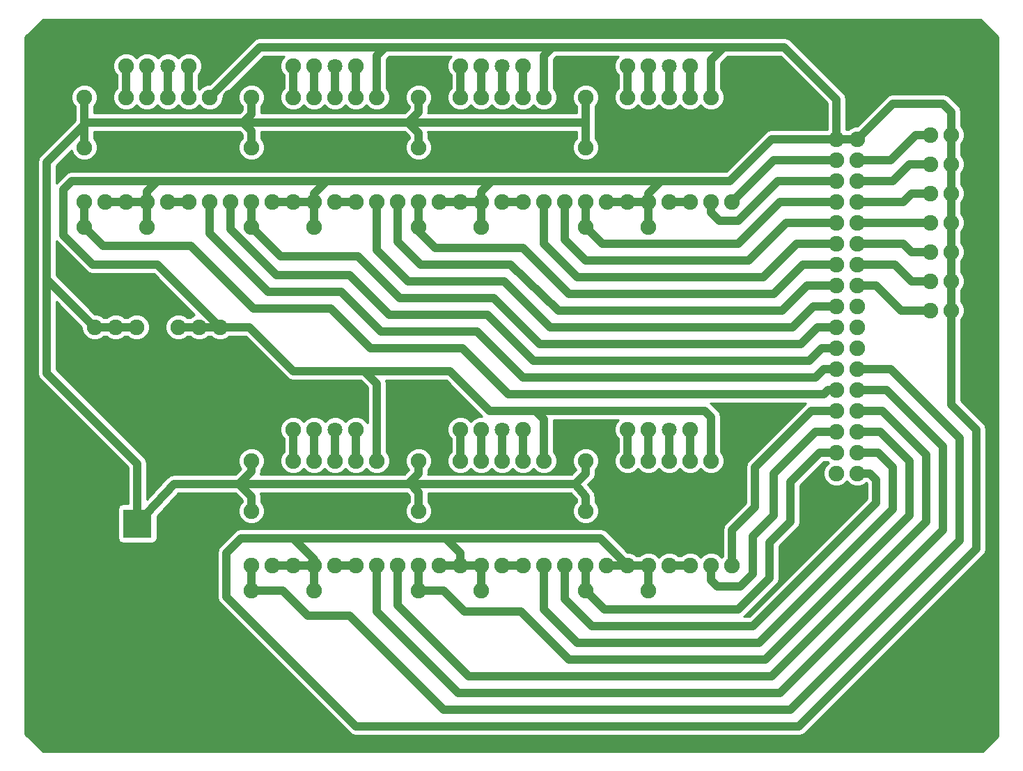
<source format=gbr>
G04 #@! TF.FileFunction,Copper,L2,Bot,Signal*
%FSLAX46Y46*%
G04 Gerber Fmt 4.6, Leading zero omitted, Abs format (unit mm)*
G04 Created by KiCad (PCBNEW 4.0.2-4+6225~38~ubuntu15.10.1-stable) date vie 04 mar 2016 14:53:40 CET*
%MOMM*%
G01*
G04 APERTURE LIST*
%ADD10C,0.100000*%
%ADD11C,1.900000*%
%ADD12R,3.500120X3.500120*%
%ADD13C,1.800000*%
%ADD14C,1.016000*%
%ADD15C,0.254000*%
G04 APERTURE END LIST*
D10*
D11*
X201930000Y-89408000D03*
X199390000Y-89408000D03*
X196850000Y-89408000D03*
X172720000Y-107696000D03*
X170180000Y-107696000D03*
X167640000Y-107696000D03*
X165100000Y-107696000D03*
X162560000Y-107696000D03*
X160020000Y-107696000D03*
X157480000Y-107696000D03*
X154940000Y-107696000D03*
X154940000Y-120396000D03*
X157480000Y-120396000D03*
X160020000Y-120396000D03*
X162560000Y-120396000D03*
X165100000Y-120396000D03*
X167640000Y-120396000D03*
X170180000Y-120396000D03*
X172720000Y-120396000D03*
X152400000Y-107696000D03*
X149860000Y-107696000D03*
X147320000Y-107696000D03*
X144780000Y-107696000D03*
X142240000Y-107696000D03*
X139700000Y-107696000D03*
X137160000Y-107696000D03*
X134620000Y-107696000D03*
X134620000Y-120396000D03*
X137160000Y-120396000D03*
X139700000Y-120396000D03*
X142240000Y-120396000D03*
X144780000Y-120396000D03*
X147320000Y-120396000D03*
X149860000Y-120396000D03*
X152400000Y-120396000D03*
X132080000Y-107696000D03*
X129540000Y-107696000D03*
X127000000Y-107696000D03*
X124460000Y-107696000D03*
X121920000Y-107696000D03*
X119380000Y-107696000D03*
X116840000Y-107696000D03*
X114300000Y-107696000D03*
X114300000Y-120396000D03*
X116840000Y-120396000D03*
X119380000Y-120396000D03*
X121920000Y-120396000D03*
X124460000Y-120396000D03*
X127000000Y-120396000D03*
X129540000Y-120396000D03*
X132080000Y-120396000D03*
X172720000Y-63500000D03*
X170180000Y-63500000D03*
X167640000Y-63500000D03*
X165100000Y-63500000D03*
X162560000Y-63500000D03*
X160020000Y-63500000D03*
X157480000Y-63500000D03*
X154940000Y-63500000D03*
X154940000Y-76200000D03*
X157480000Y-76200000D03*
X160020000Y-76200000D03*
X162560000Y-76200000D03*
X165100000Y-76200000D03*
X167640000Y-76200000D03*
X170180000Y-76200000D03*
X172720000Y-76200000D03*
X152400000Y-63500000D03*
X149860000Y-63500000D03*
X147320000Y-63500000D03*
X144780000Y-63500000D03*
X142240000Y-63500000D03*
X139700000Y-63500000D03*
X137160000Y-63500000D03*
X134620000Y-63500000D03*
X134620000Y-76200000D03*
X137160000Y-76200000D03*
X139700000Y-76200000D03*
X142240000Y-76200000D03*
X144780000Y-76200000D03*
X147320000Y-76200000D03*
X149860000Y-76200000D03*
X152400000Y-76200000D03*
X132080000Y-63500000D03*
X129540000Y-63500000D03*
X127000000Y-63500000D03*
X124460000Y-63500000D03*
X121920000Y-63500000D03*
X119380000Y-63500000D03*
X116840000Y-63500000D03*
X114300000Y-63500000D03*
X114300000Y-76200000D03*
X116840000Y-76200000D03*
X119380000Y-76200000D03*
X121920000Y-76200000D03*
X124460000Y-76200000D03*
X127000000Y-76200000D03*
X129540000Y-76200000D03*
X132080000Y-76200000D03*
X111760000Y-63500000D03*
X109220000Y-63500000D03*
X106680000Y-63500000D03*
X104140000Y-63500000D03*
X101600000Y-63500000D03*
X99060000Y-63500000D03*
X96520000Y-63500000D03*
X93980000Y-63500000D03*
X93980000Y-76200000D03*
X96520000Y-76200000D03*
X99060000Y-76200000D03*
X101600000Y-76200000D03*
X104140000Y-76200000D03*
X106680000Y-76200000D03*
X109220000Y-76200000D03*
X111760000Y-76200000D03*
D12*
X100434140Y-115316000D03*
X94434660Y-115316000D03*
X97434400Y-120015000D03*
D11*
X96480000Y-69596000D03*
X93980000Y-69596000D03*
X116800000Y-69596000D03*
X114300000Y-69596000D03*
X157440000Y-69596000D03*
X154940000Y-69596000D03*
X137120000Y-69596000D03*
X134620000Y-69596000D03*
X116800000Y-113792000D03*
X114300000Y-113792000D03*
X137120000Y-113792000D03*
X134620000Y-113792000D03*
X157440000Y-113792000D03*
X154940000Y-113792000D03*
X201930000Y-85852000D03*
X199390000Y-85852000D03*
X196850000Y-85852000D03*
X201930000Y-82296000D03*
X199390000Y-82296000D03*
X196850000Y-82296000D03*
X201930000Y-78740000D03*
X199390000Y-78740000D03*
X196850000Y-78740000D03*
X201930000Y-75184000D03*
X199390000Y-75184000D03*
X196850000Y-75184000D03*
X201930000Y-71628000D03*
X199390000Y-71628000D03*
X196850000Y-71628000D03*
X201930000Y-68072000D03*
X199390000Y-68072000D03*
X196850000Y-68072000D03*
X99060000Y-59690000D03*
X101600000Y-59690000D03*
D13*
X104140000Y-59690000D03*
D11*
X106680000Y-59690000D03*
X119380000Y-59690000D03*
X121920000Y-59690000D03*
D13*
X124460000Y-59690000D03*
D11*
X127000000Y-59690000D03*
X139700000Y-59690000D03*
X142240000Y-59690000D03*
D13*
X144780000Y-59690000D03*
D11*
X147320000Y-59690000D03*
X160020000Y-59690000D03*
X162560000Y-59690000D03*
D13*
X165100000Y-59690000D03*
D11*
X167640000Y-59690000D03*
X119380000Y-103886000D03*
X121920000Y-103886000D03*
D13*
X124460000Y-103886000D03*
D11*
X127000000Y-103886000D03*
X139700000Y-103886000D03*
X142240000Y-103886000D03*
D13*
X144780000Y-103886000D03*
D11*
X147320000Y-103886000D03*
X160020000Y-103886000D03*
X162560000Y-103886000D03*
D13*
X165100000Y-103886000D03*
D11*
X167640000Y-103886000D03*
X95250000Y-93980000D03*
X95250000Y-91440000D03*
X97790000Y-93980000D03*
X97790000Y-91440000D03*
X100330000Y-93980000D03*
X100330000Y-91440000D03*
X105410000Y-93980000D03*
X105410000Y-91440000D03*
X107950000Y-93980000D03*
X107950000Y-91440000D03*
X110490000Y-93980000D03*
X110490000Y-91440000D03*
X93980000Y-79248000D03*
X101600000Y-79248000D03*
X114300000Y-79248000D03*
X121920000Y-79248000D03*
X134620000Y-79248000D03*
X142240000Y-79248000D03*
X154940000Y-79248000D03*
X162560000Y-79248000D03*
X114300000Y-123444000D03*
X121920000Y-123444000D03*
X134620000Y-123444000D03*
X142240000Y-123444000D03*
X154940000Y-123444000D03*
X162560000Y-123444000D03*
X185420000Y-68580000D03*
X187960000Y-68580000D03*
X185420000Y-71120000D03*
X187960000Y-71120000D03*
X185420000Y-73660000D03*
X187960000Y-73660000D03*
X185420000Y-76200000D03*
X187960000Y-76200000D03*
X185420000Y-78740000D03*
X187960000Y-78740000D03*
X185420000Y-81280000D03*
X187960000Y-81280000D03*
X185420000Y-83820000D03*
X187960000Y-83820000D03*
X185420000Y-86360000D03*
X187960000Y-86360000D03*
X185420000Y-88900000D03*
X187960000Y-88900000D03*
X185420000Y-91440000D03*
X187960000Y-91440000D03*
X185420000Y-93980000D03*
X187960000Y-93980000D03*
X185420000Y-96520000D03*
X187960000Y-96520000D03*
X185420000Y-99060000D03*
X187960000Y-99060000D03*
X185420000Y-101600000D03*
X187960000Y-101600000D03*
X185420000Y-104140000D03*
X187960000Y-104140000D03*
X185420000Y-106680000D03*
X187960000Y-106680000D03*
X185420000Y-109220000D03*
X187960000Y-109220000D03*
X185420000Y-111760000D03*
X187960000Y-111760000D03*
D14*
X137120000Y-63540000D02*
X137160000Y-63500000D01*
X157480000Y-69556000D02*
X157440000Y-69596000D01*
X114300000Y-107696000D02*
X114300000Y-108966000D01*
X114300000Y-108966000D02*
X112776000Y-110490000D01*
X114300000Y-113792000D02*
X114300000Y-112014000D01*
X114300000Y-112014000D02*
X112776000Y-110490000D01*
X134620000Y-113792000D02*
X134620000Y-111506000D01*
X134620000Y-111506000D02*
X133477000Y-110363000D01*
X134620000Y-107696000D02*
X134620000Y-109220000D01*
X134620000Y-109220000D02*
X133477000Y-110363000D01*
X133477000Y-110363000D02*
X133350000Y-110490000D01*
X154940000Y-107696000D02*
X154940000Y-109220000D01*
X154940000Y-109220000D02*
X153670000Y-110490000D01*
X154940000Y-113792000D02*
X154940000Y-112014000D01*
X104902000Y-110490000D02*
X100434140Y-115316000D01*
X153670000Y-110490000D02*
X133350000Y-110490000D01*
X133350000Y-110490000D02*
X112776000Y-110490000D01*
X112776000Y-110490000D02*
X104902000Y-110490000D01*
X154940000Y-112014000D02*
X153670000Y-110490000D01*
X93980000Y-69596000D02*
X93980000Y-66548000D01*
X93980000Y-63500000D02*
X93980000Y-66548000D01*
X114300000Y-63500000D02*
X114300000Y-65532000D01*
X114300000Y-65532000D02*
X113284000Y-66548000D01*
X114300000Y-69596000D02*
X114300000Y-67564000D01*
X114300000Y-67564000D02*
X113284000Y-66548000D01*
X134620000Y-69596000D02*
X134620000Y-67818000D01*
X134620000Y-67818000D02*
X133350000Y-66548000D01*
X134620000Y-63500000D02*
X134620000Y-65278000D01*
X134620000Y-65278000D02*
X133350000Y-66548000D01*
X100330000Y-91440000D02*
X97790000Y-91440000D01*
X97790000Y-91440000D02*
X95250000Y-91440000D01*
X95250000Y-91440000D02*
X89408000Y-85598000D01*
X93980000Y-66548000D02*
X93980000Y-66802000D01*
X100434140Y-108054140D02*
X100434140Y-115316000D01*
X89408000Y-97028000D02*
X100434140Y-108054140D01*
X89408000Y-71374000D02*
X89408000Y-85598000D01*
X89408000Y-85598000D02*
X89408000Y-97028000D01*
X93980000Y-66802000D02*
X89408000Y-71374000D01*
X93980000Y-66548000D02*
X113284000Y-66548000D01*
X113284000Y-66548000D02*
X133350000Y-66548000D01*
X133350000Y-66548000D02*
X154940000Y-66548000D01*
X154940000Y-69596000D02*
X154940000Y-66548000D01*
X154940000Y-66548000D02*
X154940000Y-63500000D01*
X121920000Y-120396000D02*
X121920000Y-119634000D01*
X121920000Y-119634000D02*
X119380000Y-117094000D01*
X139700000Y-120396000D02*
X139700000Y-118872000D01*
X139700000Y-118872000D02*
X137922000Y-117094000D01*
X199390000Y-89408000D02*
X199390000Y-100838000D01*
X199390000Y-100838000D02*
X202438000Y-103886000D01*
X202438000Y-103886000D02*
X202438000Y-118364000D01*
X202438000Y-118364000D02*
X180848000Y-139954000D01*
X180848000Y-139954000D02*
X127000000Y-139954000D01*
X127000000Y-139954000D02*
X111252000Y-124206000D01*
X111252000Y-124206000D02*
X111252000Y-118872000D01*
X111252000Y-118872000D02*
X113030000Y-117094000D01*
X113030000Y-117094000D02*
X119380000Y-117094000D01*
X119380000Y-117094000D02*
X137922000Y-117094000D01*
X156718000Y-117094000D02*
X160020000Y-120396000D01*
X137922000Y-117094000D02*
X156718000Y-117094000D01*
X149860000Y-107696000D02*
X149860000Y-102616000D01*
X149860000Y-102616000D02*
X148844000Y-101600000D01*
X129540000Y-107696000D02*
X129540000Y-98298000D01*
X129540000Y-98298000D02*
X128016000Y-96774000D01*
X170180000Y-107696000D02*
X170180000Y-102362000D01*
X114046000Y-91440000D02*
X110490000Y-91440000D01*
X119380000Y-96774000D02*
X114046000Y-91440000D01*
X138430000Y-96774000D02*
X128016000Y-96774000D01*
X128016000Y-96774000D02*
X119380000Y-96774000D01*
X143256000Y-101600000D02*
X138430000Y-96774000D01*
X169418000Y-101600000D02*
X148844000Y-101600000D01*
X148844000Y-101600000D02*
X143256000Y-101600000D01*
X170180000Y-102362000D02*
X169418000Y-101600000D01*
X157480000Y-120396000D02*
X160020000Y-120396000D01*
X160020000Y-120396000D02*
X162560000Y-120396000D01*
X162560000Y-120396000D02*
X162560000Y-123444000D01*
X121920000Y-123444000D02*
X121920000Y-120396000D01*
X121920000Y-120396000D02*
X119380000Y-120396000D01*
X119380000Y-120396000D02*
X116840000Y-120396000D01*
X142240000Y-123444000D02*
X142240000Y-120396000D01*
X142240000Y-120396000D02*
X139700000Y-120396000D01*
X139700000Y-120396000D02*
X137160000Y-120396000D01*
X116840000Y-76200000D02*
X119380000Y-76200000D01*
X119380000Y-76200000D02*
X121920000Y-76200000D01*
X157480000Y-76200000D02*
X160020000Y-76200000D01*
X160020000Y-76200000D02*
X162560000Y-76200000D01*
X137160000Y-76200000D02*
X139700000Y-76200000D01*
X139700000Y-76200000D02*
X142240000Y-76200000D01*
X101600000Y-76200000D02*
X99060000Y-76200000D01*
X99060000Y-76200000D02*
X96520000Y-76200000D01*
X199390000Y-68072000D02*
X199390000Y-71628000D01*
X199390000Y-71628000D02*
X199390000Y-75184000D01*
X199390000Y-75184000D02*
X199390000Y-78740000D01*
X199390000Y-78740000D02*
X199390000Y-82296000D01*
X199390000Y-82296000D02*
X199390000Y-85852000D01*
X199390000Y-85852000D02*
X199390000Y-89408000D01*
X102870000Y-73660000D02*
X92456000Y-73660000D01*
X102870000Y-83820000D02*
X110490000Y-91440000D01*
X94996000Y-83820000D02*
X102870000Y-83820000D01*
X91440000Y-80264000D02*
X94996000Y-83820000D01*
X91440000Y-74676000D02*
X91440000Y-80264000D01*
X92456000Y-73660000D02*
X91440000Y-74676000D01*
X105410000Y-91440000D02*
X107950000Y-91440000D01*
X107950000Y-91440000D02*
X110490000Y-91440000D01*
X185420000Y-68580000D02*
X187960000Y-68580000D01*
X129540000Y-63500000D02*
X129540000Y-58420000D01*
X129540000Y-58420000D02*
X130556000Y-57404000D01*
X149860000Y-63500000D02*
X149860000Y-58420000D01*
X149860000Y-58420000D02*
X150876000Y-57404000D01*
X170180000Y-63500000D02*
X170180000Y-58928000D01*
X170180000Y-58928000D02*
X171704000Y-57404000D01*
X185420000Y-68580000D02*
X185420000Y-63754000D01*
X115316000Y-57404000D02*
X109220000Y-63500000D01*
X179070000Y-57404000D02*
X171704000Y-57404000D01*
X171704000Y-57404000D02*
X150876000Y-57404000D01*
X150876000Y-57404000D02*
X130556000Y-57404000D01*
X130556000Y-57404000D02*
X115316000Y-57404000D01*
X185420000Y-63754000D02*
X179070000Y-57404000D01*
X199390000Y-68072000D02*
X199390000Y-65278000D01*
X192278000Y-64262000D02*
X187960000Y-68580000D01*
X198374000Y-64262000D02*
X192278000Y-64262000D01*
X199390000Y-65278000D02*
X198374000Y-64262000D01*
X166624000Y-73660000D02*
X172466000Y-73660000D01*
X164084000Y-73660000D02*
X166624000Y-73660000D01*
X177546000Y-68580000D02*
X185420000Y-68580000D01*
X172466000Y-73660000D02*
X177546000Y-68580000D01*
X121920000Y-76200000D02*
X121920000Y-75184000D01*
X121920000Y-75184000D02*
X123444000Y-73660000D01*
X142240000Y-76200000D02*
X142240000Y-74930000D01*
X142240000Y-74930000D02*
X143510000Y-73660000D01*
X162560000Y-76200000D02*
X162560000Y-75184000D01*
X162560000Y-75184000D02*
X164084000Y-73660000D01*
X101600000Y-76200000D02*
X101600000Y-74930000D01*
X101600000Y-74930000D02*
X102870000Y-73660000D01*
X102870000Y-73660000D02*
X123444000Y-73660000D01*
X123444000Y-73660000D02*
X143510000Y-73660000D01*
X143510000Y-73660000D02*
X164084000Y-73660000D01*
X101600000Y-76200000D02*
X101600000Y-79248000D01*
X121920000Y-76200000D02*
X121920000Y-79248000D01*
X142240000Y-76200000D02*
X142240000Y-79248000D01*
X162560000Y-76200000D02*
X162560000Y-79248000D01*
X196850000Y-89408000D02*
X193294000Y-89408000D01*
X190246000Y-86360000D02*
X187960000Y-86360000D01*
X193294000Y-89408000D02*
X190246000Y-86360000D01*
X196850000Y-85852000D02*
X194564000Y-85852000D01*
X192532000Y-83820000D02*
X187960000Y-83820000D01*
X194564000Y-85852000D02*
X192532000Y-83820000D01*
X196850000Y-82296000D02*
X194564000Y-82296000D01*
X193548000Y-81280000D02*
X187960000Y-81280000D01*
X194564000Y-82296000D02*
X193548000Y-81280000D01*
X187960000Y-78740000D02*
X196850000Y-78740000D01*
X196850000Y-75184000D02*
X194564000Y-75184000D01*
X193548000Y-76200000D02*
X187960000Y-76200000D01*
X194564000Y-75184000D02*
X193548000Y-76200000D01*
X196850000Y-71628000D02*
X194310000Y-71628000D01*
X192278000Y-73660000D02*
X187960000Y-73660000D01*
X194310000Y-71628000D02*
X192278000Y-73660000D01*
X196850000Y-68072000D02*
X195072000Y-68072000D01*
X192024000Y-71120000D02*
X187960000Y-71120000D01*
X195072000Y-68072000D02*
X192024000Y-71120000D01*
X185420000Y-101600000D02*
X182372000Y-101600000D01*
X172720000Y-116078000D02*
X172720000Y-120396000D01*
X175514000Y-113284000D02*
X172720000Y-116078000D01*
X175514000Y-108458000D02*
X175514000Y-113284000D01*
X182372000Y-101600000D02*
X175514000Y-108458000D01*
X170180000Y-120396000D02*
X170180000Y-122174000D01*
X182880000Y-104140000D02*
X185420000Y-104140000D01*
X177800000Y-109220000D02*
X182880000Y-104140000D01*
X177800000Y-114300000D02*
X177800000Y-109220000D01*
X175260000Y-116840000D02*
X177800000Y-114300000D01*
X175260000Y-121412000D02*
X175260000Y-116840000D01*
X173736000Y-122936000D02*
X175260000Y-121412000D01*
X170942000Y-122936000D02*
X173736000Y-122936000D01*
X170180000Y-122174000D02*
X170942000Y-122936000D01*
X154940000Y-120396000D02*
X154940000Y-123444000D01*
X154940000Y-123444000D02*
X157226000Y-125730000D01*
X157226000Y-125730000D02*
X173482000Y-125730000D01*
X173482000Y-125730000D02*
X177292000Y-121920000D01*
X177292000Y-121920000D02*
X177292000Y-117602000D01*
X177292000Y-117602000D02*
X179832000Y-115062000D01*
X179832000Y-115062000D02*
X179832000Y-110236000D01*
X179832000Y-110236000D02*
X183388000Y-106680000D01*
X183388000Y-106680000D02*
X185420000Y-106680000D01*
X187960000Y-101600000D02*
X191008000Y-101600000D01*
X132080000Y-125222000D02*
X132080000Y-120396000D01*
X140716000Y-133858000D02*
X132080000Y-125222000D01*
X177546000Y-133858000D02*
X140716000Y-133858000D01*
X196342000Y-115062000D02*
X177546000Y-133858000D01*
X196342000Y-114554000D02*
X196342000Y-115062000D01*
X196342000Y-106934000D02*
X196342000Y-114554000D01*
X191008000Y-101600000D02*
X196342000Y-106934000D01*
X187960000Y-109220000D02*
X189484000Y-109220000D01*
X152400000Y-124460000D02*
X152400000Y-120396000D01*
X155702000Y-127762000D02*
X152400000Y-124460000D01*
X175260000Y-127762000D02*
X155702000Y-127762000D01*
X190246000Y-112776000D02*
X175260000Y-127762000D01*
X190246000Y-109982000D02*
X190246000Y-112776000D01*
X189484000Y-109220000D02*
X190246000Y-109982000D01*
X187960000Y-99060000D02*
X191516000Y-99060000D01*
X129540000Y-125984000D02*
X129540000Y-120396000D01*
X139446000Y-135890000D02*
X129540000Y-125984000D01*
X178562000Y-135890000D02*
X139446000Y-135890000D01*
X198374000Y-116078000D02*
X178562000Y-135890000D01*
X198374000Y-105918000D02*
X198374000Y-116078000D01*
X191516000Y-99060000D02*
X198374000Y-105918000D01*
X149860000Y-120396000D02*
X149860000Y-125730000D01*
X190500000Y-106680000D02*
X187960000Y-106680000D01*
X192278000Y-108458000D02*
X190500000Y-106680000D01*
X192278000Y-113538000D02*
X192278000Y-108458000D01*
X176022000Y-129794000D02*
X192278000Y-113538000D01*
X175768000Y-129794000D02*
X176022000Y-129794000D01*
X153924000Y-129794000D02*
X175768000Y-129794000D01*
X149860000Y-125730000D02*
X153924000Y-129794000D01*
X114300000Y-120396000D02*
X114300000Y-123444000D01*
X114300000Y-123444000D02*
X118110000Y-123444000D01*
X118110000Y-123444000D02*
X121158000Y-126492000D01*
X121158000Y-126492000D02*
X126238000Y-126492000D01*
X126238000Y-126492000D02*
X137668000Y-137922000D01*
X137668000Y-137922000D02*
X179832000Y-137922000D01*
X179832000Y-137922000D02*
X200406000Y-117348000D01*
X200406000Y-117348000D02*
X200406000Y-104902000D01*
X200406000Y-104902000D02*
X192024000Y-96520000D01*
X192024000Y-96520000D02*
X187960000Y-96520000D01*
X134620000Y-123444000D02*
X134620000Y-120396000D01*
X187960000Y-104140000D02*
X190754000Y-104140000D01*
X137668000Y-123444000D02*
X134620000Y-123444000D01*
X140208000Y-125984000D02*
X137668000Y-123444000D01*
X147066000Y-125984000D02*
X140208000Y-125984000D01*
X152908000Y-131826000D02*
X147066000Y-125984000D01*
X176784000Y-131826000D02*
X152908000Y-131826000D01*
X194310000Y-114300000D02*
X176784000Y-131826000D01*
X194310000Y-113792000D02*
X194310000Y-114300000D01*
X194310000Y-107696000D02*
X194310000Y-113792000D01*
X190754000Y-104140000D02*
X194310000Y-107696000D01*
X152400000Y-76200000D02*
X152400000Y-80772000D01*
X179324000Y-78740000D02*
X185420000Y-78740000D01*
X174752000Y-83312000D02*
X179324000Y-78740000D01*
X154940000Y-83312000D02*
X174752000Y-83312000D01*
X152400000Y-80772000D02*
X154940000Y-83312000D01*
X172720000Y-76200000D02*
X177800000Y-71120000D01*
X177800000Y-71120000D02*
X185420000Y-71120000D01*
X149860000Y-76200000D02*
X149860000Y-81280000D01*
X180594000Y-81280000D02*
X185420000Y-81280000D01*
X176530000Y-85344000D02*
X180594000Y-81280000D01*
X153924000Y-85344000D02*
X176530000Y-85344000D01*
X149860000Y-81280000D02*
X153924000Y-85344000D01*
X170180000Y-76200000D02*
X170180000Y-77470000D01*
X178308000Y-73660000D02*
X185420000Y-73660000D01*
X173482000Y-78486000D02*
X178308000Y-73660000D01*
X171196000Y-78486000D02*
X173482000Y-78486000D01*
X170180000Y-77470000D02*
X171196000Y-78486000D01*
X134620000Y-79248000D02*
X134620000Y-76200000D01*
X134620000Y-79248000D02*
X134620000Y-79756000D01*
X134620000Y-79756000D02*
X136652000Y-81788000D01*
X136652000Y-81788000D02*
X147320000Y-81788000D01*
X147320000Y-81788000D02*
X152908000Y-87376000D01*
X152908000Y-87376000D02*
X177800000Y-87376000D01*
X177800000Y-87376000D02*
X181356000Y-83820000D01*
X181356000Y-83820000D02*
X185420000Y-83820000D01*
X154940000Y-76200000D02*
X154940000Y-79248000D01*
X154940000Y-79248000D02*
X156972000Y-81280000D01*
X156972000Y-81280000D02*
X173482000Y-81280000D01*
X173482000Y-81280000D02*
X178562000Y-76200000D01*
X178562000Y-76200000D02*
X185420000Y-76200000D01*
X111760000Y-76200000D02*
X111760000Y-79502000D01*
X183642000Y-93980000D02*
X185420000Y-93980000D01*
X182118000Y-95504000D02*
X183642000Y-93980000D01*
X148590000Y-95504000D02*
X182118000Y-95504000D01*
X143002000Y-89916000D02*
X148590000Y-95504000D01*
X131064000Y-89916000D02*
X143002000Y-89916000D01*
X126238000Y-85090000D02*
X131064000Y-89916000D01*
X117348000Y-85090000D02*
X126238000Y-85090000D01*
X111760000Y-79502000D02*
X117348000Y-85090000D01*
X132080000Y-76200000D02*
X132080000Y-81026000D01*
X181864000Y-86360000D02*
X185420000Y-86360000D01*
X178816000Y-89408000D02*
X181864000Y-86360000D01*
X151638000Y-89408000D02*
X178816000Y-89408000D01*
X145796000Y-83820000D02*
X151638000Y-89408000D01*
X134874000Y-83820000D02*
X145796000Y-83820000D01*
X132080000Y-81026000D02*
X134874000Y-83820000D01*
X109220000Y-76200000D02*
X109220000Y-80010000D01*
X183896000Y-96520000D02*
X185420000Y-96520000D01*
X182880000Y-97536000D02*
X183896000Y-96520000D01*
X147320000Y-97536000D02*
X182880000Y-97536000D01*
X141732000Y-91948000D02*
X147320000Y-97536000D01*
X130048000Y-91948000D02*
X141732000Y-91948000D01*
X125222000Y-87122000D02*
X130048000Y-91948000D01*
X116332000Y-87122000D02*
X125222000Y-87122000D01*
X109220000Y-80010000D02*
X116332000Y-87122000D01*
X129540000Y-76200000D02*
X129540000Y-82042000D01*
X182626000Y-88900000D02*
X185420000Y-88900000D01*
X180086000Y-91440000D02*
X182626000Y-88900000D01*
X150622000Y-91440000D02*
X180086000Y-91440000D01*
X145034000Y-85852000D02*
X150622000Y-91440000D01*
X133350000Y-85852000D02*
X145034000Y-85852000D01*
X129540000Y-82042000D02*
X133350000Y-85852000D01*
X185420000Y-99060000D02*
X184404000Y-99060000D01*
X96266000Y-81534000D02*
X93980000Y-79248000D01*
X106934000Y-81534000D02*
X96266000Y-81534000D01*
X114554000Y-89154000D02*
X106934000Y-81534000D01*
X123952000Y-89154000D02*
X114554000Y-89154000D01*
X128778000Y-93980000D02*
X123952000Y-89154000D01*
X139954000Y-93980000D02*
X128778000Y-93980000D01*
X145542000Y-99568000D02*
X139954000Y-93980000D01*
X183896000Y-99568000D02*
X145542000Y-99568000D01*
X184404000Y-99060000D02*
X183896000Y-99568000D01*
X93980000Y-79248000D02*
X93980000Y-76200000D01*
X114300000Y-79248000D02*
X117856000Y-82804000D01*
X183134000Y-91440000D02*
X185420000Y-91440000D01*
X181102000Y-93472000D02*
X183134000Y-91440000D01*
X149352000Y-93472000D02*
X181102000Y-93472000D01*
X143764000Y-87884000D02*
X149352000Y-93472000D01*
X132334000Y-87884000D02*
X143764000Y-87884000D01*
X127254000Y-82804000D02*
X132334000Y-87884000D01*
X117856000Y-82804000D02*
X127254000Y-82804000D01*
X114300000Y-79248000D02*
X114300000Y-76200000D01*
X99060000Y-63500000D02*
X99060000Y-59690000D01*
X101600000Y-63500000D02*
X101600000Y-59690000D01*
X104140000Y-63500000D02*
X104140000Y-59690000D01*
X106680000Y-63500000D02*
X106680000Y-59690000D01*
X119380000Y-63500000D02*
X119380000Y-59690000D01*
X121920000Y-63500000D02*
X121920000Y-59690000D01*
X124460000Y-63500000D02*
X124460000Y-59690000D01*
X127000000Y-63500000D02*
X127000000Y-59690000D01*
X139700000Y-63500000D02*
X139700000Y-59690000D01*
X142240000Y-59690000D02*
X142240000Y-63500000D01*
X144780000Y-59690000D02*
X144780000Y-63500000D01*
X147320000Y-59690000D02*
X147320000Y-63500000D01*
X160020000Y-59690000D02*
X160020000Y-63500000D01*
X162560000Y-59690000D02*
X162560000Y-63500000D01*
X165100000Y-59690000D02*
X165100000Y-63500000D01*
X167640000Y-63500000D02*
X167640000Y-59690000D01*
X119380000Y-103886000D02*
X119380000Y-107696000D01*
X121920000Y-107696000D02*
X121920000Y-103886000D01*
X124460000Y-103886000D02*
X124460000Y-107696000D01*
X127000000Y-107696000D02*
X127000000Y-103886000D01*
X139700000Y-107696000D02*
X139700000Y-103886000D01*
X142240000Y-103886000D02*
X142240000Y-107696000D01*
X144780000Y-103886000D02*
X144780000Y-107696000D01*
X147320000Y-107696000D02*
X147320000Y-103886000D01*
X160020000Y-103886000D02*
X160020000Y-107696000D01*
X162560000Y-107696000D02*
X162560000Y-103886000D01*
X165100000Y-103886000D02*
X165100000Y-107696000D01*
X167640000Y-103886000D02*
X167640000Y-107696000D01*
X104140000Y-76200000D02*
X106680000Y-76200000D01*
X124460000Y-76200000D02*
X127000000Y-76200000D01*
X147320000Y-76200000D02*
X144780000Y-76200000D01*
X165100000Y-76200000D02*
X167640000Y-76200000D01*
X127000000Y-120396000D02*
X124460000Y-120396000D01*
X147320000Y-120396000D02*
X144780000Y-120396000D01*
X165100000Y-120396000D02*
X167640000Y-120396000D01*
D15*
G36*
X205030000Y-56174091D02*
X205030000Y-141183908D01*
X203159908Y-143054000D01*
X88940091Y-143054000D01*
X86816000Y-140929908D01*
X86816000Y-71374000D01*
X88265000Y-71374000D01*
X88265000Y-97028000D01*
X88352006Y-97465407D01*
X88599777Y-97836223D01*
X99291140Y-108527586D01*
X99291140Y-112918500D01*
X98684080Y-112918500D01*
X98448763Y-112962778D01*
X98232639Y-113101850D01*
X98087649Y-113314050D01*
X98036640Y-113565940D01*
X98036640Y-117066060D01*
X98080918Y-117301377D01*
X98219990Y-117517501D01*
X98432190Y-117662491D01*
X98684080Y-117713500D01*
X102184200Y-117713500D01*
X102419517Y-117669222D01*
X102635641Y-117530150D01*
X102780631Y-117317950D01*
X102831640Y-117066060D01*
X102831640Y-114408800D01*
X105401446Y-111633000D01*
X112302554Y-111633000D01*
X113157000Y-112487446D01*
X113157000Y-112693432D01*
X112957086Y-112892997D01*
X112715276Y-113475341D01*
X112714725Y-114105893D01*
X112955519Y-114688657D01*
X113400997Y-115134914D01*
X113983341Y-115376724D01*
X114613893Y-115377275D01*
X115196657Y-115136481D01*
X115642914Y-114691003D01*
X115884724Y-114108659D01*
X115885275Y-113478107D01*
X115644481Y-112895343D01*
X115443000Y-112693510D01*
X115443000Y-112014000D01*
X115367214Y-111633000D01*
X133130554Y-111633000D01*
X133477000Y-111979446D01*
X133477000Y-112693432D01*
X133277086Y-112892997D01*
X133035276Y-113475341D01*
X133034725Y-114105893D01*
X133275519Y-114688657D01*
X133720997Y-115134914D01*
X134303341Y-115376724D01*
X134933893Y-115377275D01*
X135516657Y-115136481D01*
X135962914Y-114691003D01*
X136204724Y-114108659D01*
X136205275Y-113478107D01*
X135964481Y-112895343D01*
X135763000Y-112693510D01*
X135763000Y-111633000D01*
X153134647Y-111633000D01*
X153797000Y-112427823D01*
X153797000Y-112693432D01*
X153597086Y-112892997D01*
X153355276Y-113475341D01*
X153354725Y-114105893D01*
X153595519Y-114688657D01*
X154040997Y-115134914D01*
X154623341Y-115376724D01*
X155253893Y-115377275D01*
X155836657Y-115136481D01*
X156282914Y-114691003D01*
X156524724Y-114108659D01*
X156525275Y-113478107D01*
X156284481Y-112895343D01*
X156083000Y-112693510D01*
X156083000Y-112014000D01*
X156049417Y-111845169D01*
X156031258Y-111673994D01*
X156006215Y-111627977D01*
X155995994Y-111576593D01*
X155900361Y-111433469D01*
X155818077Y-111282269D01*
X155216304Y-110560142D01*
X155748223Y-110028223D01*
X155995994Y-109657407D01*
X156083000Y-109220000D01*
X156083000Y-108794568D01*
X156282914Y-108595003D01*
X156524724Y-108012659D01*
X156525275Y-107382107D01*
X156284481Y-106799343D01*
X155839003Y-106353086D01*
X155256659Y-106111276D01*
X154626107Y-106110725D01*
X154043343Y-106351519D01*
X153597086Y-106796997D01*
X153355276Y-107379341D01*
X153354725Y-108009893D01*
X153595519Y-108592657D01*
X153773053Y-108770501D01*
X153196554Y-109347000D01*
X135737738Y-109347000D01*
X135763000Y-109220000D01*
X135763000Y-108794568D01*
X135962914Y-108595003D01*
X136204724Y-108012659D01*
X136205275Y-107382107D01*
X135964481Y-106799343D01*
X135519003Y-106353086D01*
X134936659Y-106111276D01*
X134306107Y-106110725D01*
X133723343Y-106351519D01*
X133277086Y-106796997D01*
X133035276Y-107379341D01*
X133034725Y-108009893D01*
X133275519Y-108592657D01*
X133453053Y-108770501D01*
X132876554Y-109347000D01*
X115367214Y-109347000D01*
X115443000Y-108966000D01*
X115443000Y-108794568D01*
X115642914Y-108595003D01*
X115884724Y-108012659D01*
X115885275Y-107382107D01*
X115644481Y-106799343D01*
X115199003Y-106353086D01*
X114616659Y-106111276D01*
X113986107Y-106110725D01*
X113403343Y-106351519D01*
X112957086Y-106796997D01*
X112715276Y-107379341D01*
X112714725Y-108009893D01*
X112955519Y-108592657D01*
X113006164Y-108643390D01*
X112302554Y-109347000D01*
X104902000Y-109347000D01*
X104880069Y-109351362D01*
X104857987Y-109347848D01*
X104662121Y-109394715D01*
X104464593Y-109434006D01*
X104446001Y-109446428D01*
X104424255Y-109451632D01*
X104261227Y-109569890D01*
X104093777Y-109681777D01*
X104081355Y-109700368D01*
X104063254Y-109713498D01*
X101577140Y-112398897D01*
X101577140Y-108054140D01*
X101490134Y-107616733D01*
X101242363Y-107245917D01*
X90551000Y-96554554D01*
X90551000Y-88357446D01*
X93664972Y-91471418D01*
X93664725Y-91753893D01*
X93905519Y-92336657D01*
X94350997Y-92782914D01*
X94933341Y-93024724D01*
X95563893Y-93025275D01*
X96146657Y-92784481D01*
X96348490Y-92583000D01*
X96691432Y-92583000D01*
X96890997Y-92782914D01*
X97473341Y-93024724D01*
X98103893Y-93025275D01*
X98686657Y-92784481D01*
X98888490Y-92583000D01*
X99231432Y-92583000D01*
X99430997Y-92782914D01*
X100013341Y-93024724D01*
X100643893Y-93025275D01*
X101226657Y-92784481D01*
X101672914Y-92339003D01*
X101914724Y-91756659D01*
X101915275Y-91126107D01*
X101674481Y-90543343D01*
X101229003Y-90097086D01*
X100646659Y-89855276D01*
X100016107Y-89854725D01*
X99433343Y-90095519D01*
X99231510Y-90297000D01*
X98888568Y-90297000D01*
X98689003Y-90097086D01*
X98106659Y-89855276D01*
X97476107Y-89854725D01*
X96893343Y-90095519D01*
X96691510Y-90297000D01*
X96348568Y-90297000D01*
X96149003Y-90097086D01*
X95566659Y-89855276D01*
X95281473Y-89855027D01*
X90551000Y-85124554D01*
X90551000Y-80951332D01*
X90631777Y-81072223D01*
X94187777Y-84628223D01*
X94558593Y-84875994D01*
X94996000Y-84963000D01*
X102396554Y-84963000D01*
X107389978Y-89956424D01*
X107053343Y-90095519D01*
X106851510Y-90297000D01*
X106508568Y-90297000D01*
X106309003Y-90097086D01*
X105726659Y-89855276D01*
X105096107Y-89854725D01*
X104513343Y-90095519D01*
X104067086Y-90540997D01*
X103825276Y-91123341D01*
X103824725Y-91753893D01*
X104065519Y-92336657D01*
X104510997Y-92782914D01*
X105093341Y-93024724D01*
X105723893Y-93025275D01*
X106306657Y-92784481D01*
X106508490Y-92583000D01*
X106851432Y-92583000D01*
X107050997Y-92782914D01*
X107633341Y-93024724D01*
X108263893Y-93025275D01*
X108846657Y-92784481D01*
X109048490Y-92583000D01*
X109391432Y-92583000D01*
X109590997Y-92782914D01*
X110173341Y-93024724D01*
X110803893Y-93025275D01*
X111386657Y-92784481D01*
X111588490Y-92583000D01*
X113572554Y-92583000D01*
X118571777Y-97582223D01*
X118942593Y-97829994D01*
X119380000Y-97917000D01*
X127542554Y-97917000D01*
X128397000Y-98771446D01*
X128397000Y-103116448D01*
X128344481Y-102989343D01*
X127899003Y-102543086D01*
X127316659Y-102301276D01*
X126686107Y-102300725D01*
X126103343Y-102541519D01*
X125694353Y-102949795D01*
X125330643Y-102585449D01*
X124766670Y-102351267D01*
X124156009Y-102350735D01*
X123591629Y-102583932D01*
X123225064Y-102949857D01*
X122819003Y-102543086D01*
X122236659Y-102301276D01*
X121606107Y-102300725D01*
X121023343Y-102541519D01*
X120649739Y-102914471D01*
X120279003Y-102543086D01*
X119696659Y-102301276D01*
X119066107Y-102300725D01*
X118483343Y-102541519D01*
X118037086Y-102986997D01*
X117795276Y-103569341D01*
X117794725Y-104199893D01*
X118035519Y-104782657D01*
X118237000Y-104984490D01*
X118237000Y-106597432D01*
X118037086Y-106796997D01*
X117795276Y-107379341D01*
X117794725Y-108009893D01*
X118035519Y-108592657D01*
X118480997Y-109038914D01*
X119063341Y-109280724D01*
X119693893Y-109281275D01*
X120276657Y-109040481D01*
X120650261Y-108667529D01*
X121020997Y-109038914D01*
X121603341Y-109280724D01*
X122233893Y-109281275D01*
X122816657Y-109040481D01*
X123190261Y-108667529D01*
X123560997Y-109038914D01*
X124143341Y-109280724D01*
X124773893Y-109281275D01*
X125356657Y-109040481D01*
X125730261Y-108667529D01*
X126100997Y-109038914D01*
X126683341Y-109280724D01*
X127313893Y-109281275D01*
X127896657Y-109040481D01*
X128270261Y-108667529D01*
X128640997Y-109038914D01*
X129223341Y-109280724D01*
X129853893Y-109281275D01*
X130436657Y-109040481D01*
X130882914Y-108595003D01*
X131124724Y-108012659D01*
X131125275Y-107382107D01*
X130884481Y-106799343D01*
X130683000Y-106597510D01*
X130683000Y-98298000D01*
X130607214Y-97917000D01*
X137956554Y-97917000D01*
X142340641Y-102301087D01*
X141926107Y-102300725D01*
X141343343Y-102541519D01*
X140969739Y-102914471D01*
X140599003Y-102543086D01*
X140016659Y-102301276D01*
X139386107Y-102300725D01*
X138803343Y-102541519D01*
X138357086Y-102986997D01*
X138115276Y-103569341D01*
X138114725Y-104199893D01*
X138355519Y-104782657D01*
X138557000Y-104984490D01*
X138557000Y-106597432D01*
X138357086Y-106796997D01*
X138115276Y-107379341D01*
X138114725Y-108009893D01*
X138355519Y-108592657D01*
X138800997Y-109038914D01*
X139383341Y-109280724D01*
X140013893Y-109281275D01*
X140596657Y-109040481D01*
X140970261Y-108667529D01*
X141340997Y-109038914D01*
X141923341Y-109280724D01*
X142553893Y-109281275D01*
X143136657Y-109040481D01*
X143510261Y-108667529D01*
X143880997Y-109038914D01*
X144463341Y-109280724D01*
X145093893Y-109281275D01*
X145676657Y-109040481D01*
X146050261Y-108667529D01*
X146420997Y-109038914D01*
X147003341Y-109280724D01*
X147633893Y-109281275D01*
X148216657Y-109040481D01*
X148590261Y-108667529D01*
X148960997Y-109038914D01*
X149543341Y-109280724D01*
X150173893Y-109281275D01*
X150756657Y-109040481D01*
X151202914Y-108595003D01*
X151444724Y-108012659D01*
X151445275Y-107382107D01*
X151204481Y-106799343D01*
X151003000Y-106597510D01*
X151003000Y-102743000D01*
X158921510Y-102743000D01*
X158677086Y-102986997D01*
X158435276Y-103569341D01*
X158434725Y-104199893D01*
X158675519Y-104782657D01*
X158877000Y-104984490D01*
X158877000Y-106597432D01*
X158677086Y-106796997D01*
X158435276Y-107379341D01*
X158434725Y-108009893D01*
X158675519Y-108592657D01*
X159120997Y-109038914D01*
X159703341Y-109280724D01*
X160333893Y-109281275D01*
X160916657Y-109040481D01*
X161290261Y-108667529D01*
X161660997Y-109038914D01*
X162243341Y-109280724D01*
X162873893Y-109281275D01*
X163456657Y-109040481D01*
X163830261Y-108667529D01*
X164200997Y-109038914D01*
X164783341Y-109280724D01*
X165413893Y-109281275D01*
X165996657Y-109040481D01*
X166370261Y-108667529D01*
X166740997Y-109038914D01*
X167323341Y-109280724D01*
X167953893Y-109281275D01*
X168536657Y-109040481D01*
X168910261Y-108667529D01*
X169280997Y-109038914D01*
X169863341Y-109280724D01*
X170493893Y-109281275D01*
X171076657Y-109040481D01*
X171522914Y-108595003D01*
X171764724Y-108012659D01*
X171765275Y-107382107D01*
X171524481Y-106799343D01*
X171323000Y-106597510D01*
X171323000Y-102362000D01*
X171235994Y-101924593D01*
X170988223Y-101553777D01*
X170226223Y-100791777D01*
X170105332Y-100711000D01*
X181684668Y-100711000D01*
X181563777Y-100791777D01*
X174705777Y-107649777D01*
X174458006Y-108020593D01*
X174371000Y-108458000D01*
X174371000Y-112810554D01*
X171911777Y-115269777D01*
X171664006Y-115640593D01*
X171577000Y-116078000D01*
X171577000Y-119297432D01*
X171449739Y-119424471D01*
X171079003Y-119053086D01*
X170496659Y-118811276D01*
X169866107Y-118810725D01*
X169283343Y-119051519D01*
X168909739Y-119424471D01*
X168539003Y-119053086D01*
X167956659Y-118811276D01*
X167326107Y-118810725D01*
X166743343Y-119051519D01*
X166541510Y-119253000D01*
X166198568Y-119253000D01*
X165999003Y-119053086D01*
X165416659Y-118811276D01*
X164786107Y-118810725D01*
X164203343Y-119051519D01*
X163829739Y-119424471D01*
X163459003Y-119053086D01*
X162876659Y-118811276D01*
X162246107Y-118810725D01*
X161663343Y-119051519D01*
X161461510Y-119253000D01*
X161118568Y-119253000D01*
X160919003Y-119053086D01*
X160336659Y-118811276D01*
X160051473Y-118811027D01*
X157526223Y-116285777D01*
X157155407Y-116038006D01*
X156718000Y-115951000D01*
X113030000Y-115951000D01*
X112592593Y-116038006D01*
X112221777Y-116285777D01*
X110443777Y-118063777D01*
X110196006Y-118434593D01*
X110109000Y-118872000D01*
X110109000Y-124206000D01*
X110196006Y-124643407D01*
X110443777Y-125014223D01*
X126191777Y-140762223D01*
X126562593Y-141009994D01*
X127000000Y-141097000D01*
X180848000Y-141097000D01*
X181285407Y-141009994D01*
X181656223Y-140762223D01*
X203246223Y-119172223D01*
X203493994Y-118801407D01*
X203581000Y-118364000D01*
X203581000Y-103886000D01*
X203493994Y-103448593D01*
X203246223Y-103077777D01*
X200533000Y-100364554D01*
X200533000Y-90506568D01*
X200732914Y-90307003D01*
X200974724Y-89724659D01*
X200975275Y-89094107D01*
X200734481Y-88511343D01*
X200533000Y-88309510D01*
X200533000Y-86950568D01*
X200732914Y-86751003D01*
X200974724Y-86168659D01*
X200975275Y-85538107D01*
X200734481Y-84955343D01*
X200533000Y-84753510D01*
X200533000Y-83394568D01*
X200732914Y-83195003D01*
X200974724Y-82612659D01*
X200975275Y-81982107D01*
X200734481Y-81399343D01*
X200533000Y-81197510D01*
X200533000Y-79838568D01*
X200732914Y-79639003D01*
X200974724Y-79056659D01*
X200975275Y-78426107D01*
X200734481Y-77843343D01*
X200533000Y-77641510D01*
X200533000Y-76282568D01*
X200732914Y-76083003D01*
X200974724Y-75500659D01*
X200975275Y-74870107D01*
X200734481Y-74287343D01*
X200533000Y-74085510D01*
X200533000Y-72726568D01*
X200732914Y-72527003D01*
X200974724Y-71944659D01*
X200975275Y-71314107D01*
X200734481Y-70731343D01*
X200533000Y-70529510D01*
X200533000Y-69170568D01*
X200732914Y-68971003D01*
X200974724Y-68388659D01*
X200975275Y-67758107D01*
X200734481Y-67175343D01*
X200533000Y-66973510D01*
X200533000Y-65278000D01*
X200445994Y-64840593D01*
X200198223Y-64469777D01*
X199182223Y-63453777D01*
X198811407Y-63206006D01*
X198374000Y-63119000D01*
X192278000Y-63119000D01*
X191840593Y-63206006D01*
X191469777Y-63453777D01*
X187928582Y-66994972D01*
X187646107Y-66994725D01*
X187063343Y-67235519D01*
X186861510Y-67437000D01*
X186563000Y-67437000D01*
X186563000Y-63754000D01*
X186475994Y-63316593D01*
X186228223Y-62945777D01*
X179878223Y-56595777D01*
X179507407Y-56348006D01*
X179070000Y-56261000D01*
X115316000Y-56261000D01*
X114878593Y-56348006D01*
X114507777Y-56595777D01*
X109188582Y-61914972D01*
X108906107Y-61914725D01*
X108323343Y-62155519D01*
X107949739Y-62528471D01*
X107823000Y-62401510D01*
X107823000Y-60788568D01*
X108022914Y-60589003D01*
X108264724Y-60006659D01*
X108265275Y-59376107D01*
X108024481Y-58793343D01*
X107579003Y-58347086D01*
X106996659Y-58105276D01*
X106366107Y-58104725D01*
X105783343Y-58345519D01*
X105374353Y-58753795D01*
X105010643Y-58389449D01*
X104446670Y-58155267D01*
X103836009Y-58154735D01*
X103271629Y-58387932D01*
X102905064Y-58753857D01*
X102499003Y-58347086D01*
X101916659Y-58105276D01*
X101286107Y-58104725D01*
X100703343Y-58345519D01*
X100329739Y-58718471D01*
X99959003Y-58347086D01*
X99376659Y-58105276D01*
X98746107Y-58104725D01*
X98163343Y-58345519D01*
X97717086Y-58790997D01*
X97475276Y-59373341D01*
X97474725Y-60003893D01*
X97715519Y-60586657D01*
X97917000Y-60788490D01*
X97917000Y-62401432D01*
X97717086Y-62600997D01*
X97475276Y-63183341D01*
X97474725Y-63813893D01*
X97715519Y-64396657D01*
X98160997Y-64842914D01*
X98743341Y-65084724D01*
X99373893Y-65085275D01*
X99956657Y-64844481D01*
X100330261Y-64471529D01*
X100700997Y-64842914D01*
X101283341Y-65084724D01*
X101913893Y-65085275D01*
X102496657Y-64844481D01*
X102870261Y-64471529D01*
X103240997Y-64842914D01*
X103823341Y-65084724D01*
X104453893Y-65085275D01*
X105036657Y-64844481D01*
X105410261Y-64471529D01*
X105780997Y-64842914D01*
X106363341Y-65084724D01*
X106993893Y-65085275D01*
X107576657Y-64844481D01*
X107950261Y-64471529D01*
X108320997Y-64842914D01*
X108903341Y-65084724D01*
X109533893Y-65085275D01*
X110116657Y-64844481D01*
X110562914Y-64399003D01*
X110804724Y-63816659D01*
X110804973Y-63531473D01*
X115789446Y-58547000D01*
X118281510Y-58547000D01*
X118037086Y-58790997D01*
X117795276Y-59373341D01*
X117794725Y-60003893D01*
X118035519Y-60586657D01*
X118237000Y-60788490D01*
X118237000Y-62401432D01*
X118037086Y-62600997D01*
X117795276Y-63183341D01*
X117794725Y-63813893D01*
X118035519Y-64396657D01*
X118480997Y-64842914D01*
X119063341Y-65084724D01*
X119693893Y-65085275D01*
X120276657Y-64844481D01*
X120650261Y-64471529D01*
X121020997Y-64842914D01*
X121603341Y-65084724D01*
X122233893Y-65085275D01*
X122816657Y-64844481D01*
X123190261Y-64471529D01*
X123560997Y-64842914D01*
X124143341Y-65084724D01*
X124773893Y-65085275D01*
X125356657Y-64844481D01*
X125730261Y-64471529D01*
X126100997Y-64842914D01*
X126683341Y-65084724D01*
X127313893Y-65085275D01*
X127896657Y-64844481D01*
X128270261Y-64471529D01*
X128640997Y-64842914D01*
X129223341Y-65084724D01*
X129853893Y-65085275D01*
X130436657Y-64844481D01*
X130882914Y-64399003D01*
X131124724Y-63816659D01*
X131125275Y-63186107D01*
X130884481Y-62603343D01*
X130683000Y-62401510D01*
X130683000Y-58893446D01*
X131029446Y-58547000D01*
X138601510Y-58547000D01*
X138357086Y-58790997D01*
X138115276Y-59373341D01*
X138114725Y-60003893D01*
X138355519Y-60586657D01*
X138557000Y-60788490D01*
X138557000Y-62401432D01*
X138357086Y-62600997D01*
X138115276Y-63183341D01*
X138114725Y-63813893D01*
X138355519Y-64396657D01*
X138800997Y-64842914D01*
X139383341Y-65084724D01*
X140013893Y-65085275D01*
X140596657Y-64844481D01*
X140970261Y-64471529D01*
X141340997Y-64842914D01*
X141923341Y-65084724D01*
X142553893Y-65085275D01*
X143136657Y-64844481D01*
X143510261Y-64471529D01*
X143880997Y-64842914D01*
X144463341Y-65084724D01*
X145093893Y-65085275D01*
X145676657Y-64844481D01*
X146050261Y-64471529D01*
X146420997Y-64842914D01*
X147003341Y-65084724D01*
X147633893Y-65085275D01*
X148216657Y-64844481D01*
X148590261Y-64471529D01*
X148960997Y-64842914D01*
X149543341Y-65084724D01*
X150173893Y-65085275D01*
X150756657Y-64844481D01*
X151202914Y-64399003D01*
X151444724Y-63816659D01*
X151445275Y-63186107D01*
X151204481Y-62603343D01*
X151003000Y-62401510D01*
X151003000Y-58893446D01*
X151349446Y-58547000D01*
X158921510Y-58547000D01*
X158677086Y-58790997D01*
X158435276Y-59373341D01*
X158434725Y-60003893D01*
X158675519Y-60586657D01*
X158877000Y-60788490D01*
X158877000Y-62401432D01*
X158677086Y-62600997D01*
X158435276Y-63183341D01*
X158434725Y-63813893D01*
X158675519Y-64396657D01*
X159120997Y-64842914D01*
X159703341Y-65084724D01*
X160333893Y-65085275D01*
X160916657Y-64844481D01*
X161290261Y-64471529D01*
X161660997Y-64842914D01*
X162243341Y-65084724D01*
X162873893Y-65085275D01*
X163456657Y-64844481D01*
X163830261Y-64471529D01*
X164200997Y-64842914D01*
X164783341Y-65084724D01*
X165413893Y-65085275D01*
X165996657Y-64844481D01*
X166370261Y-64471529D01*
X166740997Y-64842914D01*
X167323341Y-65084724D01*
X167953893Y-65085275D01*
X168536657Y-64844481D01*
X168910261Y-64471529D01*
X169280997Y-64842914D01*
X169863341Y-65084724D01*
X170493893Y-65085275D01*
X171076657Y-64844481D01*
X171522914Y-64399003D01*
X171764724Y-63816659D01*
X171765275Y-63186107D01*
X171524481Y-62603343D01*
X171323000Y-62401510D01*
X171323000Y-59401446D01*
X172177446Y-58547000D01*
X178596554Y-58547000D01*
X184277000Y-64227446D01*
X184277000Y-67437000D01*
X177546000Y-67437000D01*
X177108593Y-67524006D01*
X176737777Y-67771777D01*
X171992554Y-72517000D01*
X92456000Y-72517000D01*
X92018593Y-72604006D01*
X91647777Y-72851777D01*
X90631777Y-73867777D01*
X90551000Y-73988668D01*
X90551000Y-71847446D01*
X92422159Y-69976287D01*
X92635519Y-70492657D01*
X93080997Y-70938914D01*
X93663341Y-71180724D01*
X94293893Y-71181275D01*
X94876657Y-70940481D01*
X95322914Y-70495003D01*
X95564724Y-69912659D01*
X95565275Y-69282107D01*
X95324481Y-68699343D01*
X95123000Y-68497510D01*
X95123000Y-67691000D01*
X112810554Y-67691000D01*
X113157000Y-68037446D01*
X113157000Y-68497432D01*
X112957086Y-68696997D01*
X112715276Y-69279341D01*
X112714725Y-69909893D01*
X112955519Y-70492657D01*
X113400997Y-70938914D01*
X113983341Y-71180724D01*
X114613893Y-71181275D01*
X115196657Y-70940481D01*
X115642914Y-70495003D01*
X115884724Y-69912659D01*
X115885275Y-69282107D01*
X115644481Y-68699343D01*
X115443000Y-68497510D01*
X115443000Y-67691000D01*
X132876554Y-67691000D01*
X133477000Y-68291446D01*
X133477000Y-68497432D01*
X133277086Y-68696997D01*
X133035276Y-69279341D01*
X133034725Y-69909893D01*
X133275519Y-70492657D01*
X133720997Y-70938914D01*
X134303341Y-71180724D01*
X134933893Y-71181275D01*
X135516657Y-70940481D01*
X135962914Y-70495003D01*
X136204724Y-69912659D01*
X136205275Y-69282107D01*
X135964481Y-68699343D01*
X135763000Y-68497510D01*
X135763000Y-67818000D01*
X135737738Y-67691000D01*
X153797000Y-67691000D01*
X153797000Y-68497432D01*
X153597086Y-68696997D01*
X153355276Y-69279341D01*
X153354725Y-69909893D01*
X153595519Y-70492657D01*
X154040997Y-70938914D01*
X154623341Y-71180724D01*
X155253893Y-71181275D01*
X155836657Y-70940481D01*
X156282914Y-70495003D01*
X156524724Y-69912659D01*
X156525275Y-69282107D01*
X156284481Y-68699343D01*
X156083000Y-68497510D01*
X156083000Y-64598568D01*
X156282914Y-64399003D01*
X156524724Y-63816659D01*
X156525275Y-63186107D01*
X156284481Y-62603343D01*
X155839003Y-62157086D01*
X155256659Y-61915276D01*
X154626107Y-61914725D01*
X154043343Y-62155519D01*
X153597086Y-62600997D01*
X153355276Y-63183341D01*
X153354725Y-63813893D01*
X153595519Y-64396657D01*
X153797000Y-64598490D01*
X153797000Y-65405000D01*
X135737738Y-65405000D01*
X135763000Y-65278000D01*
X135763000Y-64598568D01*
X135962914Y-64399003D01*
X136204724Y-63816659D01*
X136205275Y-63186107D01*
X135964481Y-62603343D01*
X135519003Y-62157086D01*
X134936659Y-61915276D01*
X134306107Y-61914725D01*
X133723343Y-62155519D01*
X133277086Y-62600997D01*
X133035276Y-63183341D01*
X133034725Y-63813893D01*
X133275519Y-64396657D01*
X133477000Y-64598490D01*
X133477000Y-64804554D01*
X132876554Y-65405000D01*
X115443000Y-65405000D01*
X115443000Y-64598568D01*
X115642914Y-64399003D01*
X115884724Y-63816659D01*
X115885275Y-63186107D01*
X115644481Y-62603343D01*
X115199003Y-62157086D01*
X114616659Y-61915276D01*
X113986107Y-61914725D01*
X113403343Y-62155519D01*
X112957086Y-62600997D01*
X112715276Y-63183341D01*
X112714725Y-63813893D01*
X112955519Y-64396657D01*
X113157000Y-64598490D01*
X113157000Y-65058554D01*
X112810554Y-65405000D01*
X95123000Y-65405000D01*
X95123000Y-64598568D01*
X95322914Y-64399003D01*
X95564724Y-63816659D01*
X95565275Y-63186107D01*
X95324481Y-62603343D01*
X94879003Y-62157086D01*
X94296659Y-61915276D01*
X93666107Y-61914725D01*
X93083343Y-62155519D01*
X92637086Y-62600997D01*
X92395276Y-63183341D01*
X92394725Y-63813893D01*
X92635519Y-64396657D01*
X92837000Y-64598490D01*
X92837000Y-66328554D01*
X88599777Y-70565777D01*
X88352006Y-70936593D01*
X88265000Y-71374000D01*
X86816000Y-71374000D01*
X86816000Y-56174092D01*
X88940091Y-54050000D01*
X202905908Y-54050000D01*
X205030000Y-56174091D01*
X205030000Y-56174091D01*
G37*
X205030000Y-56174091D02*
X205030000Y-141183908D01*
X203159908Y-143054000D01*
X88940091Y-143054000D01*
X86816000Y-140929908D01*
X86816000Y-71374000D01*
X88265000Y-71374000D01*
X88265000Y-97028000D01*
X88352006Y-97465407D01*
X88599777Y-97836223D01*
X99291140Y-108527586D01*
X99291140Y-112918500D01*
X98684080Y-112918500D01*
X98448763Y-112962778D01*
X98232639Y-113101850D01*
X98087649Y-113314050D01*
X98036640Y-113565940D01*
X98036640Y-117066060D01*
X98080918Y-117301377D01*
X98219990Y-117517501D01*
X98432190Y-117662491D01*
X98684080Y-117713500D01*
X102184200Y-117713500D01*
X102419517Y-117669222D01*
X102635641Y-117530150D01*
X102780631Y-117317950D01*
X102831640Y-117066060D01*
X102831640Y-114408800D01*
X105401446Y-111633000D01*
X112302554Y-111633000D01*
X113157000Y-112487446D01*
X113157000Y-112693432D01*
X112957086Y-112892997D01*
X112715276Y-113475341D01*
X112714725Y-114105893D01*
X112955519Y-114688657D01*
X113400997Y-115134914D01*
X113983341Y-115376724D01*
X114613893Y-115377275D01*
X115196657Y-115136481D01*
X115642914Y-114691003D01*
X115884724Y-114108659D01*
X115885275Y-113478107D01*
X115644481Y-112895343D01*
X115443000Y-112693510D01*
X115443000Y-112014000D01*
X115367214Y-111633000D01*
X133130554Y-111633000D01*
X133477000Y-111979446D01*
X133477000Y-112693432D01*
X133277086Y-112892997D01*
X133035276Y-113475341D01*
X133034725Y-114105893D01*
X133275519Y-114688657D01*
X133720997Y-115134914D01*
X134303341Y-115376724D01*
X134933893Y-115377275D01*
X135516657Y-115136481D01*
X135962914Y-114691003D01*
X136204724Y-114108659D01*
X136205275Y-113478107D01*
X135964481Y-112895343D01*
X135763000Y-112693510D01*
X135763000Y-111633000D01*
X153134647Y-111633000D01*
X153797000Y-112427823D01*
X153797000Y-112693432D01*
X153597086Y-112892997D01*
X153355276Y-113475341D01*
X153354725Y-114105893D01*
X153595519Y-114688657D01*
X154040997Y-115134914D01*
X154623341Y-115376724D01*
X155253893Y-115377275D01*
X155836657Y-115136481D01*
X156282914Y-114691003D01*
X156524724Y-114108659D01*
X156525275Y-113478107D01*
X156284481Y-112895343D01*
X156083000Y-112693510D01*
X156083000Y-112014000D01*
X156049417Y-111845169D01*
X156031258Y-111673994D01*
X156006215Y-111627977D01*
X155995994Y-111576593D01*
X155900361Y-111433469D01*
X155818077Y-111282269D01*
X155216304Y-110560142D01*
X155748223Y-110028223D01*
X155995994Y-109657407D01*
X156083000Y-109220000D01*
X156083000Y-108794568D01*
X156282914Y-108595003D01*
X156524724Y-108012659D01*
X156525275Y-107382107D01*
X156284481Y-106799343D01*
X155839003Y-106353086D01*
X155256659Y-106111276D01*
X154626107Y-106110725D01*
X154043343Y-106351519D01*
X153597086Y-106796997D01*
X153355276Y-107379341D01*
X153354725Y-108009893D01*
X153595519Y-108592657D01*
X153773053Y-108770501D01*
X153196554Y-109347000D01*
X135737738Y-109347000D01*
X135763000Y-109220000D01*
X135763000Y-108794568D01*
X135962914Y-108595003D01*
X136204724Y-108012659D01*
X136205275Y-107382107D01*
X135964481Y-106799343D01*
X135519003Y-106353086D01*
X134936659Y-106111276D01*
X134306107Y-106110725D01*
X133723343Y-106351519D01*
X133277086Y-106796997D01*
X133035276Y-107379341D01*
X133034725Y-108009893D01*
X133275519Y-108592657D01*
X133453053Y-108770501D01*
X132876554Y-109347000D01*
X115367214Y-109347000D01*
X115443000Y-108966000D01*
X115443000Y-108794568D01*
X115642914Y-108595003D01*
X115884724Y-108012659D01*
X115885275Y-107382107D01*
X115644481Y-106799343D01*
X115199003Y-106353086D01*
X114616659Y-106111276D01*
X113986107Y-106110725D01*
X113403343Y-106351519D01*
X112957086Y-106796997D01*
X112715276Y-107379341D01*
X112714725Y-108009893D01*
X112955519Y-108592657D01*
X113006164Y-108643390D01*
X112302554Y-109347000D01*
X104902000Y-109347000D01*
X104880069Y-109351362D01*
X104857987Y-109347848D01*
X104662121Y-109394715D01*
X104464593Y-109434006D01*
X104446001Y-109446428D01*
X104424255Y-109451632D01*
X104261227Y-109569890D01*
X104093777Y-109681777D01*
X104081355Y-109700368D01*
X104063254Y-109713498D01*
X101577140Y-112398897D01*
X101577140Y-108054140D01*
X101490134Y-107616733D01*
X101242363Y-107245917D01*
X90551000Y-96554554D01*
X90551000Y-88357446D01*
X93664972Y-91471418D01*
X93664725Y-91753893D01*
X93905519Y-92336657D01*
X94350997Y-92782914D01*
X94933341Y-93024724D01*
X95563893Y-93025275D01*
X96146657Y-92784481D01*
X96348490Y-92583000D01*
X96691432Y-92583000D01*
X96890997Y-92782914D01*
X97473341Y-93024724D01*
X98103893Y-93025275D01*
X98686657Y-92784481D01*
X98888490Y-92583000D01*
X99231432Y-92583000D01*
X99430997Y-92782914D01*
X100013341Y-93024724D01*
X100643893Y-93025275D01*
X101226657Y-92784481D01*
X101672914Y-92339003D01*
X101914724Y-91756659D01*
X101915275Y-91126107D01*
X101674481Y-90543343D01*
X101229003Y-90097086D01*
X100646659Y-89855276D01*
X100016107Y-89854725D01*
X99433343Y-90095519D01*
X99231510Y-90297000D01*
X98888568Y-90297000D01*
X98689003Y-90097086D01*
X98106659Y-89855276D01*
X97476107Y-89854725D01*
X96893343Y-90095519D01*
X96691510Y-90297000D01*
X96348568Y-90297000D01*
X96149003Y-90097086D01*
X95566659Y-89855276D01*
X95281473Y-89855027D01*
X90551000Y-85124554D01*
X90551000Y-80951332D01*
X90631777Y-81072223D01*
X94187777Y-84628223D01*
X94558593Y-84875994D01*
X94996000Y-84963000D01*
X102396554Y-84963000D01*
X107389978Y-89956424D01*
X107053343Y-90095519D01*
X106851510Y-90297000D01*
X106508568Y-90297000D01*
X106309003Y-90097086D01*
X105726659Y-89855276D01*
X105096107Y-89854725D01*
X104513343Y-90095519D01*
X104067086Y-90540997D01*
X103825276Y-91123341D01*
X103824725Y-91753893D01*
X104065519Y-92336657D01*
X104510997Y-92782914D01*
X105093341Y-93024724D01*
X105723893Y-93025275D01*
X106306657Y-92784481D01*
X106508490Y-92583000D01*
X106851432Y-92583000D01*
X107050997Y-92782914D01*
X107633341Y-93024724D01*
X108263893Y-93025275D01*
X108846657Y-92784481D01*
X109048490Y-92583000D01*
X109391432Y-92583000D01*
X109590997Y-92782914D01*
X110173341Y-93024724D01*
X110803893Y-93025275D01*
X111386657Y-92784481D01*
X111588490Y-92583000D01*
X113572554Y-92583000D01*
X118571777Y-97582223D01*
X118942593Y-97829994D01*
X119380000Y-97917000D01*
X127542554Y-97917000D01*
X128397000Y-98771446D01*
X128397000Y-103116448D01*
X128344481Y-102989343D01*
X127899003Y-102543086D01*
X127316659Y-102301276D01*
X126686107Y-102300725D01*
X126103343Y-102541519D01*
X125694353Y-102949795D01*
X125330643Y-102585449D01*
X124766670Y-102351267D01*
X124156009Y-102350735D01*
X123591629Y-102583932D01*
X123225064Y-102949857D01*
X122819003Y-102543086D01*
X122236659Y-102301276D01*
X121606107Y-102300725D01*
X121023343Y-102541519D01*
X120649739Y-102914471D01*
X120279003Y-102543086D01*
X119696659Y-102301276D01*
X119066107Y-102300725D01*
X118483343Y-102541519D01*
X118037086Y-102986997D01*
X117795276Y-103569341D01*
X117794725Y-104199893D01*
X118035519Y-104782657D01*
X118237000Y-104984490D01*
X118237000Y-106597432D01*
X118037086Y-106796997D01*
X117795276Y-107379341D01*
X117794725Y-108009893D01*
X118035519Y-108592657D01*
X118480997Y-109038914D01*
X119063341Y-109280724D01*
X119693893Y-109281275D01*
X120276657Y-109040481D01*
X120650261Y-108667529D01*
X121020997Y-109038914D01*
X121603341Y-109280724D01*
X122233893Y-109281275D01*
X122816657Y-109040481D01*
X123190261Y-108667529D01*
X123560997Y-109038914D01*
X124143341Y-109280724D01*
X124773893Y-109281275D01*
X125356657Y-109040481D01*
X125730261Y-108667529D01*
X126100997Y-109038914D01*
X126683341Y-109280724D01*
X127313893Y-109281275D01*
X127896657Y-109040481D01*
X128270261Y-108667529D01*
X128640997Y-109038914D01*
X129223341Y-109280724D01*
X129853893Y-109281275D01*
X130436657Y-109040481D01*
X130882914Y-108595003D01*
X131124724Y-108012659D01*
X131125275Y-107382107D01*
X130884481Y-106799343D01*
X130683000Y-106597510D01*
X130683000Y-98298000D01*
X130607214Y-97917000D01*
X137956554Y-97917000D01*
X142340641Y-102301087D01*
X141926107Y-102300725D01*
X141343343Y-102541519D01*
X140969739Y-102914471D01*
X140599003Y-102543086D01*
X140016659Y-102301276D01*
X139386107Y-102300725D01*
X138803343Y-102541519D01*
X138357086Y-102986997D01*
X138115276Y-103569341D01*
X138114725Y-104199893D01*
X138355519Y-104782657D01*
X138557000Y-104984490D01*
X138557000Y-106597432D01*
X138357086Y-106796997D01*
X138115276Y-107379341D01*
X138114725Y-108009893D01*
X138355519Y-108592657D01*
X138800997Y-109038914D01*
X139383341Y-109280724D01*
X140013893Y-109281275D01*
X140596657Y-109040481D01*
X140970261Y-108667529D01*
X141340997Y-109038914D01*
X141923341Y-109280724D01*
X142553893Y-109281275D01*
X143136657Y-109040481D01*
X143510261Y-108667529D01*
X143880997Y-109038914D01*
X144463341Y-109280724D01*
X145093893Y-109281275D01*
X145676657Y-109040481D01*
X146050261Y-108667529D01*
X146420997Y-109038914D01*
X147003341Y-109280724D01*
X147633893Y-109281275D01*
X148216657Y-109040481D01*
X148590261Y-108667529D01*
X148960997Y-109038914D01*
X149543341Y-109280724D01*
X150173893Y-109281275D01*
X150756657Y-109040481D01*
X151202914Y-108595003D01*
X151444724Y-108012659D01*
X151445275Y-107382107D01*
X151204481Y-106799343D01*
X151003000Y-106597510D01*
X151003000Y-102743000D01*
X158921510Y-102743000D01*
X158677086Y-102986997D01*
X158435276Y-103569341D01*
X158434725Y-104199893D01*
X158675519Y-104782657D01*
X158877000Y-104984490D01*
X158877000Y-106597432D01*
X158677086Y-106796997D01*
X158435276Y-107379341D01*
X158434725Y-108009893D01*
X158675519Y-108592657D01*
X159120997Y-109038914D01*
X159703341Y-109280724D01*
X160333893Y-109281275D01*
X160916657Y-109040481D01*
X161290261Y-108667529D01*
X161660997Y-109038914D01*
X162243341Y-109280724D01*
X162873893Y-109281275D01*
X163456657Y-109040481D01*
X163830261Y-108667529D01*
X164200997Y-109038914D01*
X164783341Y-109280724D01*
X165413893Y-109281275D01*
X165996657Y-109040481D01*
X166370261Y-108667529D01*
X166740997Y-109038914D01*
X167323341Y-109280724D01*
X167953893Y-109281275D01*
X168536657Y-109040481D01*
X168910261Y-108667529D01*
X169280997Y-109038914D01*
X169863341Y-109280724D01*
X170493893Y-109281275D01*
X171076657Y-109040481D01*
X171522914Y-108595003D01*
X171764724Y-108012659D01*
X171765275Y-107382107D01*
X171524481Y-106799343D01*
X171323000Y-106597510D01*
X171323000Y-102362000D01*
X171235994Y-101924593D01*
X170988223Y-101553777D01*
X170226223Y-100791777D01*
X170105332Y-100711000D01*
X181684668Y-100711000D01*
X181563777Y-100791777D01*
X174705777Y-107649777D01*
X174458006Y-108020593D01*
X174371000Y-108458000D01*
X174371000Y-112810554D01*
X171911777Y-115269777D01*
X171664006Y-115640593D01*
X171577000Y-116078000D01*
X171577000Y-119297432D01*
X171449739Y-119424471D01*
X171079003Y-119053086D01*
X170496659Y-118811276D01*
X169866107Y-118810725D01*
X169283343Y-119051519D01*
X168909739Y-119424471D01*
X168539003Y-119053086D01*
X167956659Y-118811276D01*
X167326107Y-118810725D01*
X166743343Y-119051519D01*
X166541510Y-119253000D01*
X166198568Y-119253000D01*
X165999003Y-119053086D01*
X165416659Y-118811276D01*
X164786107Y-118810725D01*
X164203343Y-119051519D01*
X163829739Y-119424471D01*
X163459003Y-119053086D01*
X162876659Y-118811276D01*
X162246107Y-118810725D01*
X161663343Y-119051519D01*
X161461510Y-119253000D01*
X161118568Y-119253000D01*
X160919003Y-119053086D01*
X160336659Y-118811276D01*
X160051473Y-118811027D01*
X157526223Y-116285777D01*
X157155407Y-116038006D01*
X156718000Y-115951000D01*
X113030000Y-115951000D01*
X112592593Y-116038006D01*
X112221777Y-116285777D01*
X110443777Y-118063777D01*
X110196006Y-118434593D01*
X110109000Y-118872000D01*
X110109000Y-124206000D01*
X110196006Y-124643407D01*
X110443777Y-125014223D01*
X126191777Y-140762223D01*
X126562593Y-141009994D01*
X127000000Y-141097000D01*
X180848000Y-141097000D01*
X181285407Y-141009994D01*
X181656223Y-140762223D01*
X203246223Y-119172223D01*
X203493994Y-118801407D01*
X203581000Y-118364000D01*
X203581000Y-103886000D01*
X203493994Y-103448593D01*
X203246223Y-103077777D01*
X200533000Y-100364554D01*
X200533000Y-90506568D01*
X200732914Y-90307003D01*
X200974724Y-89724659D01*
X200975275Y-89094107D01*
X200734481Y-88511343D01*
X200533000Y-88309510D01*
X200533000Y-86950568D01*
X200732914Y-86751003D01*
X200974724Y-86168659D01*
X200975275Y-85538107D01*
X200734481Y-84955343D01*
X200533000Y-84753510D01*
X200533000Y-83394568D01*
X200732914Y-83195003D01*
X200974724Y-82612659D01*
X200975275Y-81982107D01*
X200734481Y-81399343D01*
X200533000Y-81197510D01*
X200533000Y-79838568D01*
X200732914Y-79639003D01*
X200974724Y-79056659D01*
X200975275Y-78426107D01*
X200734481Y-77843343D01*
X200533000Y-77641510D01*
X200533000Y-76282568D01*
X200732914Y-76083003D01*
X200974724Y-75500659D01*
X200975275Y-74870107D01*
X200734481Y-74287343D01*
X200533000Y-74085510D01*
X200533000Y-72726568D01*
X200732914Y-72527003D01*
X200974724Y-71944659D01*
X200975275Y-71314107D01*
X200734481Y-70731343D01*
X200533000Y-70529510D01*
X200533000Y-69170568D01*
X200732914Y-68971003D01*
X200974724Y-68388659D01*
X200975275Y-67758107D01*
X200734481Y-67175343D01*
X200533000Y-66973510D01*
X200533000Y-65278000D01*
X200445994Y-64840593D01*
X200198223Y-64469777D01*
X199182223Y-63453777D01*
X198811407Y-63206006D01*
X198374000Y-63119000D01*
X192278000Y-63119000D01*
X191840593Y-63206006D01*
X191469777Y-63453777D01*
X187928582Y-66994972D01*
X187646107Y-66994725D01*
X187063343Y-67235519D01*
X186861510Y-67437000D01*
X186563000Y-67437000D01*
X186563000Y-63754000D01*
X186475994Y-63316593D01*
X186228223Y-62945777D01*
X179878223Y-56595777D01*
X179507407Y-56348006D01*
X179070000Y-56261000D01*
X115316000Y-56261000D01*
X114878593Y-56348006D01*
X114507777Y-56595777D01*
X109188582Y-61914972D01*
X108906107Y-61914725D01*
X108323343Y-62155519D01*
X107949739Y-62528471D01*
X107823000Y-62401510D01*
X107823000Y-60788568D01*
X108022914Y-60589003D01*
X108264724Y-60006659D01*
X108265275Y-59376107D01*
X108024481Y-58793343D01*
X107579003Y-58347086D01*
X106996659Y-58105276D01*
X106366107Y-58104725D01*
X105783343Y-58345519D01*
X105374353Y-58753795D01*
X105010643Y-58389449D01*
X104446670Y-58155267D01*
X103836009Y-58154735D01*
X103271629Y-58387932D01*
X102905064Y-58753857D01*
X102499003Y-58347086D01*
X101916659Y-58105276D01*
X101286107Y-58104725D01*
X100703343Y-58345519D01*
X100329739Y-58718471D01*
X99959003Y-58347086D01*
X99376659Y-58105276D01*
X98746107Y-58104725D01*
X98163343Y-58345519D01*
X97717086Y-58790997D01*
X97475276Y-59373341D01*
X97474725Y-60003893D01*
X97715519Y-60586657D01*
X97917000Y-60788490D01*
X97917000Y-62401432D01*
X97717086Y-62600997D01*
X97475276Y-63183341D01*
X97474725Y-63813893D01*
X97715519Y-64396657D01*
X98160997Y-64842914D01*
X98743341Y-65084724D01*
X99373893Y-65085275D01*
X99956657Y-64844481D01*
X100330261Y-64471529D01*
X100700997Y-64842914D01*
X101283341Y-65084724D01*
X101913893Y-65085275D01*
X102496657Y-64844481D01*
X102870261Y-64471529D01*
X103240997Y-64842914D01*
X103823341Y-65084724D01*
X104453893Y-65085275D01*
X105036657Y-64844481D01*
X105410261Y-64471529D01*
X105780997Y-64842914D01*
X106363341Y-65084724D01*
X106993893Y-65085275D01*
X107576657Y-64844481D01*
X107950261Y-64471529D01*
X108320997Y-64842914D01*
X108903341Y-65084724D01*
X109533893Y-65085275D01*
X110116657Y-64844481D01*
X110562914Y-64399003D01*
X110804724Y-63816659D01*
X110804973Y-63531473D01*
X115789446Y-58547000D01*
X118281510Y-58547000D01*
X118037086Y-58790997D01*
X117795276Y-59373341D01*
X117794725Y-60003893D01*
X118035519Y-60586657D01*
X118237000Y-60788490D01*
X118237000Y-62401432D01*
X118037086Y-62600997D01*
X117795276Y-63183341D01*
X117794725Y-63813893D01*
X118035519Y-64396657D01*
X118480997Y-64842914D01*
X119063341Y-65084724D01*
X119693893Y-65085275D01*
X120276657Y-64844481D01*
X120650261Y-64471529D01*
X121020997Y-64842914D01*
X121603341Y-65084724D01*
X122233893Y-65085275D01*
X122816657Y-64844481D01*
X123190261Y-64471529D01*
X123560997Y-64842914D01*
X124143341Y-65084724D01*
X124773893Y-65085275D01*
X125356657Y-64844481D01*
X125730261Y-64471529D01*
X126100997Y-64842914D01*
X126683341Y-65084724D01*
X127313893Y-65085275D01*
X127896657Y-64844481D01*
X128270261Y-64471529D01*
X128640997Y-64842914D01*
X129223341Y-65084724D01*
X129853893Y-65085275D01*
X130436657Y-64844481D01*
X130882914Y-64399003D01*
X131124724Y-63816659D01*
X131125275Y-63186107D01*
X130884481Y-62603343D01*
X130683000Y-62401510D01*
X130683000Y-58893446D01*
X131029446Y-58547000D01*
X138601510Y-58547000D01*
X138357086Y-58790997D01*
X138115276Y-59373341D01*
X138114725Y-60003893D01*
X138355519Y-60586657D01*
X138557000Y-60788490D01*
X138557000Y-62401432D01*
X138357086Y-62600997D01*
X138115276Y-63183341D01*
X138114725Y-63813893D01*
X138355519Y-64396657D01*
X138800997Y-64842914D01*
X139383341Y-65084724D01*
X140013893Y-65085275D01*
X140596657Y-64844481D01*
X140970261Y-64471529D01*
X141340997Y-64842914D01*
X141923341Y-65084724D01*
X142553893Y-65085275D01*
X143136657Y-64844481D01*
X143510261Y-64471529D01*
X143880997Y-64842914D01*
X144463341Y-65084724D01*
X145093893Y-65085275D01*
X145676657Y-64844481D01*
X146050261Y-64471529D01*
X146420997Y-64842914D01*
X147003341Y-65084724D01*
X147633893Y-65085275D01*
X148216657Y-64844481D01*
X148590261Y-64471529D01*
X148960997Y-64842914D01*
X149543341Y-65084724D01*
X150173893Y-65085275D01*
X150756657Y-64844481D01*
X151202914Y-64399003D01*
X151444724Y-63816659D01*
X151445275Y-63186107D01*
X151204481Y-62603343D01*
X151003000Y-62401510D01*
X151003000Y-58893446D01*
X151349446Y-58547000D01*
X158921510Y-58547000D01*
X158677086Y-58790997D01*
X158435276Y-59373341D01*
X158434725Y-60003893D01*
X158675519Y-60586657D01*
X158877000Y-60788490D01*
X158877000Y-62401432D01*
X158677086Y-62600997D01*
X158435276Y-63183341D01*
X158434725Y-63813893D01*
X158675519Y-64396657D01*
X159120997Y-64842914D01*
X159703341Y-65084724D01*
X160333893Y-65085275D01*
X160916657Y-64844481D01*
X161290261Y-64471529D01*
X161660997Y-64842914D01*
X162243341Y-65084724D01*
X162873893Y-65085275D01*
X163456657Y-64844481D01*
X163830261Y-64471529D01*
X164200997Y-64842914D01*
X164783341Y-65084724D01*
X165413893Y-65085275D01*
X165996657Y-64844481D01*
X166370261Y-64471529D01*
X166740997Y-64842914D01*
X167323341Y-65084724D01*
X167953893Y-65085275D01*
X168536657Y-64844481D01*
X168910261Y-64471529D01*
X169280997Y-64842914D01*
X169863341Y-65084724D01*
X170493893Y-65085275D01*
X171076657Y-64844481D01*
X171522914Y-64399003D01*
X171764724Y-63816659D01*
X171765275Y-63186107D01*
X171524481Y-62603343D01*
X171323000Y-62401510D01*
X171323000Y-59401446D01*
X172177446Y-58547000D01*
X178596554Y-58547000D01*
X184277000Y-64227446D01*
X184277000Y-67437000D01*
X177546000Y-67437000D01*
X177108593Y-67524006D01*
X176737777Y-67771777D01*
X171992554Y-72517000D01*
X92456000Y-72517000D01*
X92018593Y-72604006D01*
X91647777Y-72851777D01*
X90631777Y-73867777D01*
X90551000Y-73988668D01*
X90551000Y-71847446D01*
X92422159Y-69976287D01*
X92635519Y-70492657D01*
X93080997Y-70938914D01*
X93663341Y-71180724D01*
X94293893Y-71181275D01*
X94876657Y-70940481D01*
X95322914Y-70495003D01*
X95564724Y-69912659D01*
X95565275Y-69282107D01*
X95324481Y-68699343D01*
X95123000Y-68497510D01*
X95123000Y-67691000D01*
X112810554Y-67691000D01*
X113157000Y-68037446D01*
X113157000Y-68497432D01*
X112957086Y-68696997D01*
X112715276Y-69279341D01*
X112714725Y-69909893D01*
X112955519Y-70492657D01*
X113400997Y-70938914D01*
X113983341Y-71180724D01*
X114613893Y-71181275D01*
X115196657Y-70940481D01*
X115642914Y-70495003D01*
X115884724Y-69912659D01*
X115885275Y-69282107D01*
X115644481Y-68699343D01*
X115443000Y-68497510D01*
X115443000Y-67691000D01*
X132876554Y-67691000D01*
X133477000Y-68291446D01*
X133477000Y-68497432D01*
X133277086Y-68696997D01*
X133035276Y-69279341D01*
X133034725Y-69909893D01*
X133275519Y-70492657D01*
X133720997Y-70938914D01*
X134303341Y-71180724D01*
X134933893Y-71181275D01*
X135516657Y-70940481D01*
X135962914Y-70495003D01*
X136204724Y-69912659D01*
X136205275Y-69282107D01*
X135964481Y-68699343D01*
X135763000Y-68497510D01*
X135763000Y-67818000D01*
X135737738Y-67691000D01*
X153797000Y-67691000D01*
X153797000Y-68497432D01*
X153597086Y-68696997D01*
X153355276Y-69279341D01*
X153354725Y-69909893D01*
X153595519Y-70492657D01*
X154040997Y-70938914D01*
X154623341Y-71180724D01*
X155253893Y-71181275D01*
X155836657Y-70940481D01*
X156282914Y-70495003D01*
X156524724Y-69912659D01*
X156525275Y-69282107D01*
X156284481Y-68699343D01*
X156083000Y-68497510D01*
X156083000Y-64598568D01*
X156282914Y-64399003D01*
X156524724Y-63816659D01*
X156525275Y-63186107D01*
X156284481Y-62603343D01*
X155839003Y-62157086D01*
X155256659Y-61915276D01*
X154626107Y-61914725D01*
X154043343Y-62155519D01*
X153597086Y-62600997D01*
X153355276Y-63183341D01*
X153354725Y-63813893D01*
X153595519Y-64396657D01*
X153797000Y-64598490D01*
X153797000Y-65405000D01*
X135737738Y-65405000D01*
X135763000Y-65278000D01*
X135763000Y-64598568D01*
X135962914Y-64399003D01*
X136204724Y-63816659D01*
X136205275Y-63186107D01*
X135964481Y-62603343D01*
X135519003Y-62157086D01*
X134936659Y-61915276D01*
X134306107Y-61914725D01*
X133723343Y-62155519D01*
X133277086Y-62600997D01*
X133035276Y-63183341D01*
X133034725Y-63813893D01*
X133275519Y-64396657D01*
X133477000Y-64598490D01*
X133477000Y-64804554D01*
X132876554Y-65405000D01*
X115443000Y-65405000D01*
X115443000Y-64598568D01*
X115642914Y-64399003D01*
X115884724Y-63816659D01*
X115885275Y-63186107D01*
X115644481Y-62603343D01*
X115199003Y-62157086D01*
X114616659Y-61915276D01*
X113986107Y-61914725D01*
X113403343Y-62155519D01*
X112957086Y-62600997D01*
X112715276Y-63183341D01*
X112714725Y-63813893D01*
X112955519Y-64396657D01*
X113157000Y-64598490D01*
X113157000Y-65058554D01*
X112810554Y-65405000D01*
X95123000Y-65405000D01*
X95123000Y-64598568D01*
X95322914Y-64399003D01*
X95564724Y-63816659D01*
X95565275Y-63186107D01*
X95324481Y-62603343D01*
X94879003Y-62157086D01*
X94296659Y-61915276D01*
X93666107Y-61914725D01*
X93083343Y-62155519D01*
X92637086Y-62600997D01*
X92395276Y-63183341D01*
X92394725Y-63813893D01*
X92635519Y-64396657D01*
X92837000Y-64598490D01*
X92837000Y-66328554D01*
X88599777Y-70565777D01*
X88352006Y-70936593D01*
X88265000Y-71374000D01*
X86816000Y-71374000D01*
X86816000Y-56174092D01*
X88940091Y-54050000D01*
X202905908Y-54050000D01*
X205030000Y-56174091D01*
G36*
X184448471Y-107950261D02*
X184077086Y-108320997D01*
X183835276Y-108903341D01*
X183834725Y-109533893D01*
X184075519Y-110116657D01*
X184520997Y-110562914D01*
X185103341Y-110804724D01*
X185733893Y-110805275D01*
X186316657Y-110564481D01*
X186690261Y-110191529D01*
X187060997Y-110562914D01*
X187643341Y-110804724D01*
X188273893Y-110805275D01*
X188856657Y-110564481D01*
X189034501Y-110386947D01*
X189103000Y-110455446D01*
X189103000Y-112302554D01*
X174786554Y-126619000D01*
X174169332Y-126619000D01*
X174290223Y-126538223D01*
X178100223Y-122728223D01*
X178347994Y-122357407D01*
X178435000Y-121920000D01*
X178435000Y-118075446D01*
X180640223Y-115870223D01*
X180887994Y-115499407D01*
X180975000Y-115062000D01*
X180975000Y-110709446D01*
X183861446Y-107823000D01*
X184321432Y-107823000D01*
X184448471Y-107950261D01*
X184448471Y-107950261D01*
G37*
X184448471Y-107950261D02*
X184077086Y-108320997D01*
X183835276Y-108903341D01*
X183834725Y-109533893D01*
X184075519Y-110116657D01*
X184520997Y-110562914D01*
X185103341Y-110804724D01*
X185733893Y-110805275D01*
X186316657Y-110564481D01*
X186690261Y-110191529D01*
X187060997Y-110562914D01*
X187643341Y-110804724D01*
X188273893Y-110805275D01*
X188856657Y-110564481D01*
X189034501Y-110386947D01*
X189103000Y-110455446D01*
X189103000Y-112302554D01*
X174786554Y-126619000D01*
X174169332Y-126619000D01*
X174290223Y-126538223D01*
X178100223Y-122728223D01*
X178347994Y-122357407D01*
X178435000Y-121920000D01*
X178435000Y-118075446D01*
X180640223Y-115870223D01*
X180887994Y-115499407D01*
X180975000Y-115062000D01*
X180975000Y-110709446D01*
X183861446Y-107823000D01*
X184321432Y-107823000D01*
X184448471Y-107950261D01*
M02*

</source>
